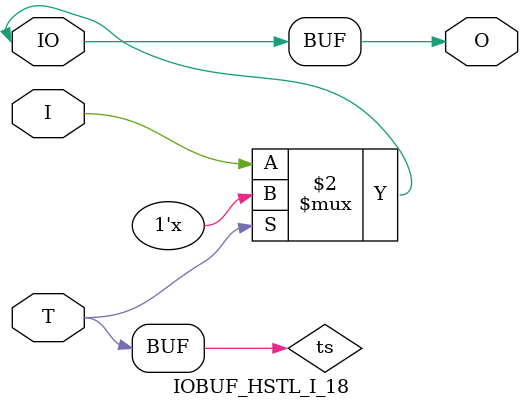
<source format=v>

/*

FUNCTION    : INPUT TRI-STATE OUTPUT BUFFER

*/

`celldefine
`timescale  100 ps / 10 ps

module IOBUF_HSTL_I_18 (O, IO, I, T);

    output O;

    inout  IO;

    input  I, T;

    or O1 (ts, 1'b0, T);
    bufif0 T1 (IO, I, ts);

    buf B1 (O, IO);

endmodule

</source>
